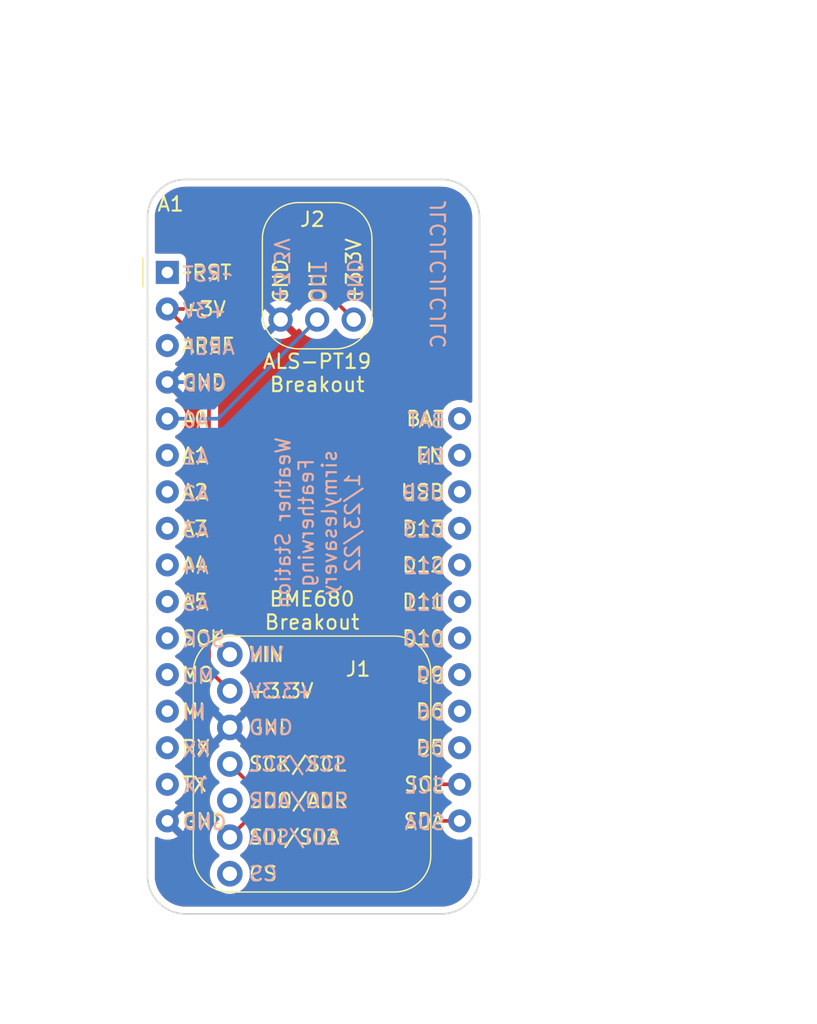
<source format=kicad_pcb>
(kicad_pcb (version 20211014) (generator pcbnew)
  (layers (0 "F.Cu" signal) (31 "B.Cu" signal) (34 "B.Paste" user) (35 "F.Paste" user) (36 "B.SilkS" user "B.Silkscreen") (37 "F.SilkS" user "F.Silkscreen") (38 "B.Mask" user) (39 "F.Mask" user) (44 "Edge.Cuts" user))
  (net 0 "")
  (net 1 "/~RESET")
  (net 2 "/AREF")
  (net 3 "/A1")
  (net 4 "/A2")
  (net 5 "/A3")
  (net 6 "/A4")
  (net 7 "/A5")
  (net 8 "/SCK")
  (net 9 "/MOSI")
  (net 10 "/MISO")
  (net 11 "/RX{slash}D0")
  (net 12 "/TX{slash}D1")
  (net 13 "/D5")
  (net 14 "/D6")
  (net 15 "/D9")
  (net 16 "/D10")
  (net 17 "/D11")
  (net 18 "/D12")
  (net 19 "/D13")
  (net 20 "VBUS")
  (net 21 "/EN")
  (net 22 "+BATT")
  (net 23 "GND")
  (net 24 "+3V3")
  (net 25 "/SCK{slash}SCL")
  (net 26 "/SDI{slash}SDA")
  (net 27 "/VIN")
  (net 28 "/SDO{slash}ADR")
  (net 29 "/CS")
  (net 30 "/OUT")
  (footprint "Adafruit-boards:ALS-PT19-Adafruit-silkscreen-NOmounting-hole" (layer "F.Cu") (at 138.7856 91.3892)
    (fp_text reference "J2" (at -0.2286 -5.0292 unlocked) (layer "F.SilkS"))
    (fp_text value "ALS-PT19")
    (fp_line (start -3.7084 1.4224) (end -3.7084 -3.6576) (layer "F.SilkS") (width 0.1))
    (fp_line (start 3.9116 -3.6576) (end 3.9116 1.4224) (layer "F.SilkS") (width 0.1))
    (fp_line (start 1.3716 3.9624) (end -1.1684 3.9624) (layer "F.SilkS") (width 0.1))
    (fp_line (start -1.1684 -6.1976) (end 1.3716 -6.1976) (layer "F.SilkS") (width 0.1))
    (fp_arc (start -3.7084 -3.6576) (mid -2.964451 -5.453651) (end -1.1684 -6.1976) (layer "F.SilkS") (width 0.1))
    (fp_arc (start -1.1684 3.9624) (mid -2.964451 3.218451) (end -3.7084 1.4224) (layer "F.SilkS") (width 0.1))
    (fp_arc (start 3.9116 1.4224) (mid 3.167651 3.218451) (end 1.3716 3.9624) (layer "F.SilkS") (width 0.1))
    (fp_arc (start 1.3716 -6.1976) (mid 3.167651 -5.453651) (end 3.9116 -3.6576) (layer "F.SilkS") (width 0.1))
    (pad "1" thru_hole circle (at -2.4384 1.9304 90) (size 1.6764 1.6764) (drill 1) (layers *.Cu *.Mask) (net 23 "GND"))
    (pad "2" thru_hole circle (at 0.1016 1.9304 90) (size 1.6764 1.6764) (drill 1) (layers *.Cu *.Mask) (net 30 "/OUT"))
    (pad "3" thru_hole circle (at 2.6416 1.9304 90) (size 1.6764 1.6764) (drill 1) (layers *.Cu *.Mask) (net 24 "+3V3"))
  )
  (footprint "Module:Adafruit_Feather" (layer "F.Cu") (at 128.4732 90.043)
    (fp_text reference "A1" (at 0.2286 -4.7498) (layer "F.SilkS"))
    (fp_text value "Adafruit_Feather_M0_Basic_Proto")
    (fp_line (start -1.7 1) (end -1.7 -1) (layer "F.SilkS") (width 0.12))
    (fp_line (start 19.05 -6.46) (end 1.27 -6.46) (layer "Edge.Cuts") (width 0.12))
    (fp_line (start 19.05 44.56) (end 1.27 44.56) (layer "Edge.Cuts") (width 0.12))
    (fp_line (start -1.38 -3.81) (end -1.38 41.91) (layer "Edge.Cuts") (width 0.12))
    (fp_line (start 21.7 -3.81) (end 21.7 41.91) (layer "Edge.Cuts") (width 0.12))
    (fp_arc (start 19.05 -6.46) (mid 20.923833 -5.683833) (end 21.7 -3.81) (layer "Edge.Cuts") (width 0.12))
    (fp_arc (start 1.27 44.56) (mid -0.603833 43.783833) (end -1.38 41.91) (layer "Edge.Cuts") (width 0.12))
    (fp_arc (start 21.7 41.91) (mid 20.923833 43.783833) (end 19.05 44.56) (layer "Edge.Cuts") (width 0.12))
    (fp_arc (start -1.38 -3.81) (mid -0.603833 -5.683833) (end 1.27 -6.46) (layer "Edge.Cuts") (width 0.12))
    (pad "1" thru_hole rect (at 0 0 180) (size 1.6 1.6) (drill 0.8) (layers *.Cu *.Mask) (net 1 "/~RESET"))
    (pad "2" thru_hole circle (at 0 2.54 180) (size 1.6 1.6) (drill 0.8) (layers *.Cu *.Mask) (net 24 "+3V3"))
    (pad "3" thru_hole circle (at 0 5.08 180) (size 1.6 1.6) (drill 0.8) (layers *.Cu *.Mask) (net 2 "/AREF"))
    (pad "4" thru_hole circle (at 0 7.62 180) (size 1.6 1.6) (drill 0.8) (layers *.Cu *.Mask) (net 23 "GND"))
    (pad "5" thru_hole circle (at 0 10.16 180) (size 1.6 1.6) (drill 0.8) (layers *.Cu *.Mask) (net 30 "/OUT"))
    (pad "6" thru_hole circle (at 0 12.7 180) (size 1.6 1.6) (drill 0.8) (layers *.Cu *.Mask) (net 3 "/A1"))
    (pad "7" thru_hole circle (at 0 15.24 180) (size 1.6 1.6) (drill 0.8) (layers *.Cu *.Mask) (net 4 "/A2"))
    (pad "8" thru_hole circle (at 0 17.78 180) (size 1.6 1.6) (drill 0.8) (layers *.Cu *.Mask) (net 5 "/A3"))
    (pad "9" thru_hole circle (at 0 20.32 180) (size 1.6 1.6) (drill 0.8) (layers *.Cu *.Mask) (net 6 "/A4"))
    (pad "10" thru_hole circle (at 0 22.86 180) (size 1.6 1.6) (drill 0.8) (layers *.Cu *.Mask) (net 7 "/A5"))
    (pad "11" thru_hole circle (at 0 25.4 180) (size 1.6 1.6) (drill 0.8) (layers *.Cu *.Mask) (net 8 "/SCK"))
    (pad "12" thru_hole circle (at 0 27.94 180) (size 1.6 1.6) (drill 0.8) (layers *.Cu *.Mask) (net 9 "/MOSI"))
    (pad "13" thru_hole circle (at 0 30.48 180) (size 1.6 1.6) (drill 0.8) (layers *.Cu *.Mask) (net 10 "/MISO"))
    (pad "14" thru_hole circle (at 0 33.02 180) (size 1.6 1.6) (drill 0.8) (layers *.Cu *.Mask) (net 11 "/RX{slash}D0"))
    (pad "15" thru_hole circle (at 0 35.56 180) (size 1.6 1.6) (drill 0.8) (layers *.Cu *.Mask) (net 12 "/TX{slash}D1"))
    (pad "16" thru_hole circle (at 0 38.1 180) (size 1.6 1.6) (drill 0.8) (layers *.Cu *.Mask) (net 23 "GND"))
    (pad "17" thru_hole circle (at 20.32 38.1 180) (size 1.6 1.6) (drill 0.8) (layers *.Cu *.Mask) (net 26 "/SDI{slash}SDA"))
    (pad "18" thru_hole circle (at 20.32 35.56 180) (size 1.6 1.6) (drill 0.8) (layers *.Cu *.Mask) (net 25 "/SCK{slash}SCL"))
    (pad "19" thru_hole circle (at 20.32 33.02 180) (size 1.6 1.6) (drill 0.8) (layers *.Cu *.Mask) (net 13 "/D5"))
    (pad "20" thru_hole circle (at 20.32 30.48 180) (size 1.6 1.6) (drill 0.8) (layers *.Cu *.Mask) (net 14 "/D6"))
    (pad "21" thru_hole circle (at 20.32 27.94 180) (size 1.6 1.6) (drill 0.8) (layers *.Cu *.Mask) (net 15 "/D9"))
    (pad "22" thru_hole circle (at 20.32 25.4 180) (size 1.6 1.6) (drill 0.8) (layers *.Cu *.Mask) (net 16 "/D10"))
    (pad "23" thru_hole circle (at 20.32 22.86 180) (size 1.6 1.6) (drill 0.8) (layers *.Cu *.Mask) (net 17 "/D11"))
    (pad "24" thru_hole circle (at 20.32 20.32 180) (size 1.6 1.6) (drill 0.8) (layers *.Cu *.Mask) (net 18 "/D12"))
    (pad "25" thru_hole circle (at 20.32 17.78 180) (size 1.6 1.6) (drill 0.8) (layers *.Cu *.Mask) (net 19 "/D13"))
    (pad "26" thru_hole circle (at 20.32 15.24 180) (size 1.6 1.6) (drill 0.8) (layers *.Cu *.Mask) (net 20 "VBUS"))
    (pad "27" thru_hole circle (at 20.32 12.7 180) (size 1.6 1.6) (drill 0.8) (layers *.Cu *.Mask) (net 21 "/EN"))
    (pad "28" thru_hole circle (at 20.32 10.16 180) (size 1.6 1.6) (drill 0.8) (layers *.Cu *.Mask) (net 22 "+BATT"))
  )
  (footprint "Adafruit-boards:BME680-Adafruit-silkscreen-NOmounting-hole" (layer "F.Cu") (at 139.6746 124.6124 -90)
    (fp_text reference "J1" (at -7.0104 -2.0574 unlocked) (layer "F.SilkS"))
    (fp_text value "BME680")
    (fp_line (start -6.7691 -7.112) (end 5.9309 -7.112) (layer "F.SilkS") (width 0.1))
    (fp_line (start 8.4709 -4.572) (end 8.4709 6.858) (layer "F.SilkS") (width 0.1))
    (fp_line (start 5.9309 9.398) (end -6.7691 9.398) (layer "F.SilkS") (width 0.1))
    (fp_line (start -9.3091 6.858) (end -9.3091 -4.572) (layer "F.SilkS") (width 0.1))
    (fp_arc (start -6.7691 9.398) (mid -8.565151 8.654051) (end -9.3091 6.858) (layer "F.SilkS") (width 0.1))
    (fp_arc (start -9.3091 -4.572) (mid -8.565151 -6.368051) (end -6.7691 -7.112) (layer "F.SilkS") (width 0.1))
    (fp_arc (start 5.9309 -7.112) (mid 7.726951 -6.368051) (end 8.4709 -4.572) (layer "F.SilkS") (width 0.1))
    (fp_arc (start 8.4709 6.858) (mid 7.726951 8.654051) (end 5.9309 9.398) (layer "F.SilkS") (width 0.1))
    (pad "1" thru_hole circle (at -8.0391 6.858) (size 1.778 1.778) (drill 1) (layers *.Cu *.Mask) (net 27 "/VIN"))
    (pad "2" thru_hole circle (at -5.4991 6.858) (size 1.778 1.778) (drill 1) (layers *.Cu *.Mask) (net 24 "+3V3"))
    (pad "3" thru_hole circle (at -2.9591 6.858) (size 1.778 1.778) (drill 1) (layers *.Cu *.Mask) (net 23 "GND"))
    (pad "4" thru_hole circle (at -0.4191 6.858) (size 1.778 1.778) (drill 1) (layers *.Cu *.Mask) (net 25 "/SCK{slash}SCL"))
    (pad "5" thru_hole circle (at 2.1209 6.858) (size 1.778 1.778) (drill 1) (layers *.Cu *.Mask) (net 28 "/SDO{slash}ADR"))
    (pad "6" thru_hole circle (at 4.6609 6.858) (size 1.778 1.778) (drill 1) (layers *.Cu *.Mask) (net 26 "/SDI{slash}SDA"))
    (pad "7" thru_hole circle (at 7.2009 6.858) (size 1.778 1.778) (drill 1) (layers *.Cu *.Mask) (net 29 "/CS"))
  )
  (gr_text "D6" (at 146.812 120.65) (layer "B.SilkS") (effects (font (size 1 1)) (justify mirror)))
  (gr_text "SCK/SCL" (at 137.532762 124.206) (layer "B.SilkS") (effects (font (size 1 1)) (justify mirror)))
  (gr_text "A0" (at 130.444953 100.33) (layer "B.SilkS") (effects (font (size 1 1)) (justify mirror)))
  (gr_text "SDO/ADR" (at 137.604191 126.746) (layer "B.SilkS") (effects (font (size 1 1)) (justify mirror)))
  (gr_text "+3V\n" (at 131.064 92.71) (layer "B.SilkS") (effects (font (size 1 1)) (justify mirror)))
  (gr_text "EN" (at 146.812 102.87) (layer "B.SilkS") (effects (font (size 1 1)) (justify mirror)))
  (gr_text "A4" (at 130.444953 110.49) (layer "B.SilkS") (effects (font (size 1 1)) (justify mirror)))
  (gr_text "D12" (at 146.33581 110.49) (layer "B.SilkS") (effects (font (size 1 1)) (justify mirror)))
  (gr_text "OUT" (at 138.938 90.725524 -90) (layer "B.SilkS") (effects (font (size 1 1)) (justify mirror)))
  (gr_text "D9" (at 146.812 118.11) (layer "B.SilkS") (effects (font (size 1 1)) (justify mirror)))
  (gr_text "SDI/SDA" (at 137.294667 129.286) (layer "B.SilkS") (effects (font (size 1 1)) (justify mirror)))
  (gr_text "CS" (at 135.128 131.826) (layer "B.SilkS") (effects (font (size 1 1)) (justify mirror)))
  (gr_text "SCL" (at 146.407238 125.73) (layer "B.SilkS") (effects (font (size 1 1)) (justify mirror)))
  (gr_text "SDA" (at 146.383429 128.27) (layer "B.SilkS") (effects (font (size 1 1)) (justify mirror)))
  (gr_text "D5" (at 146.812 123.19) (layer "B.SilkS") (effects (font (size 1 1)) (justify mirror)))
  (gr_text "D13" (at 146.33581 107.95) (layer "B.SilkS") (effects (font (size 1 1)) (justify mirror)))
  (gr_text "RX" (at 130.516381 123.19) (layer "B.SilkS") (effects (font (size 1 1)) (justify mirror)))
  (gr_text "+3.3V" (at 136.398 89.916 -90) (layer "B.SilkS") (effects (font (size 1 1)) (justify mirror)))
  (gr_text "A1" (at 130.444953 102.87) (layer "B.SilkS") (effects (font (size 1 1)) (justify mirror)))
  (gr_text "GND" (at 131.064 97.79) (layer "B.SilkS") (effects (font (size 1 1)) (justify mirror)))
  (gr_text "A5" (at 130.444953 113.03) (layer "B.SilkS") (effects (font (size 1 1)) (justify mirror)))
  (gr_text "AREF\n" (at 131.349715 95.25) (layer "B.SilkS") (effects (font (size 1 1)) (justify mirror)))
  (gr_text "GND" (at 131.064 128.27) (layer "B.SilkS") (effects (font (size 1 1)) (justify mirror)))
  (gr_text "GND" (at 135.675619 121.666) (layer "B.SilkS") (effects (font (size 1 1)) (justify mirror)))
  (gr_text "D11" (at 146.33581 113.03) (layer "B.SilkS") (effects (font (size 1 1)) (justify mirror)))
  (gr_text "MO" (at 130.635429 118.11) (layer "B.SilkS") (effects (font (size 1 1)) (justify mirror)))
  (gr_text "~RST" (at 131.254476 90.17) (layer "B.SilkS") (effects (font (size 1 1)) (justify mirror)))
  (gr_text "+3.3V" (at 136.389905 119.126) (layer "B.SilkS") (effects (font (size 1 1)) (justify mirror)))
  (gr_text "SCK" (at 131.016381 115.57) (layer "B.SilkS") (effects (font (size 1 1)) (justify mirror)))
  (gr_text "MI" (at 130.349715 120.65) (layer "B.SilkS") (effects (font (size 1 1)) (justify mirror)))
  (gr_text "Weather Station\nFeatherwing\nsirmylesavery\n1/23/22" (at 138.938 107.442 90) (layer "B.SilkS") (effects (font (size 1 1)) (justify mirror)))
  (gr_text "JLCJLCJLCJLC" (at 147.32 90.17 90) (layer "B.SilkS") (effects (font (size 1 1)) (justify mirror)))
  (gr_text "D10" (at 146.33581 115.57) (layer "B.SilkS") (effects (font (size 1 1)) (justify mirror)))
  (gr_text "A3" (at 130.444953 107.95) (layer "B.SilkS") (effects (font (size 1 1)) (justify mirror)))
  (gr_text "VIN" (at 135.342286 116.5987) (layer "B.SilkS") (effects (font (size 1 1)) (justify mirror)))
  (gr_text "GND" (at 141.478 90.630286 -90) (layer "B.SilkS") (effects (font (size 1 1)) (justify mirror)))
  (gr_text "BAT" (at 146.478667 100.33) (layer "B.SilkS") (effects (font (size 1 1)) (justify mirror)))
  (gr_text "A2" (at 130.444953 105.41) (layer "B.SilkS") (effects (font (size 1 1)) (justify mirror)))
  (gr_text "TX" (at 130.397334 125.73) (layer "B.SilkS") (effects (font (size 1 1)) (justify mirror)))
  (gr_text "USB" (at 146.288191 105.41) (layer "B.SilkS") (effects (font (size 1 1)) (justify mirror)))
  (gr_text "OUT" (at 138.8872 90.725524 90) (layer "F.SilkS") (effects (font (size 1 1))))
  (gr_text "AREF\n" (at 131.302 95.123) (layer "F.SilkS") (effects (font (size 1 1))))
  (gr_text "MI" (at 130.302 120.523) (layer "F.SilkS") (effects (font (size 1 1))))
  (gr_text "GND" (at 131.016285 97.663) (layer "F.SilkS") (effects (font (size 1 1))))
  (gr_text "SDI/SDA" (at 137.294667 129.2733) (layer "F.SilkS") (effects (font (size 1 1))))
  (gr_text "MO" (at 130.587714 117.983) (layer "F.SilkS") (effects (font (size 1 1))))
  (gr_text "EN" (at 146.732571 102.743) (layer "F.SilkS") (effects (font (size 1 1))))
  (gr_text "D9" (at 146.732571 117.983) (layer "F.SilkS") (effects (font (size 1 1))))
  (gr_text "+3.3V" (at 141.4272 89.916 90) (layer "F.SilkS") (effects (font (size 1 1))))
  (gr_text "A3" (at 130.397238 107.823) (layer "F.SilkS") (effects (font (size 1 1))))
  (gr_text "ALS-PT19\nBreakout" (at 138.8872 97.028) (layer "F.SilkS") (effects (font (size 1 1))))
  (gr_text "A2" (at 130.397238 105.283) (layer "F.SilkS") (effects (font (size 1 1))))
  (gr_text "VIN" (at 135.382 116.586) (layer "F.SilkS") (effects (font (size 1 1))))
  (gr_text "SCK" (at 130.968666 115.443) (layer "F.SilkS") (effects (font (size 1 1))))
  (gr_text "CS" (at 135.128 131.8133) (layer "F.SilkS") (effects (font (size 1 1))))
  (gr_text "BAT" (at 146.399238 100.203) (layer "F.SilkS") (effects (font (size 1 1))))
  (gr_text "+3V\n" (at 131.016285 92.583) (layer "F.SilkS") (effects (font (size 1 1))))
  (gr_text "RX" (at 130.468666 123.063) (layer "F.SilkS") (effects (font (size 1 1))))
  (gr_text "BME680\nBreakout" (at 138.5316 113.538) (layer "F.SilkS") (effects (font (size 1 1))))
  (gr_text "D5" (at 146.732571 123.063) (layer "F.SilkS") (effects (font (size 1 1))))
  (gr_text "USB" (at 146.208762 105.283) (layer "F.SilkS") (effects (font (size 1 1))))
  (gr_text "SCK/SCL" (at 137.532762 124.1933) (layer "F.SilkS") (effects (font (size 1 1))))
  (gr_text "GND" (at 136.3472 90.630286 90) (layer "F.SilkS") (effects (font (size 1 1))))
  (gr_text "D13" (at 146.256381 107.823) (layer "F.SilkS") (effects (font (size 1 1))))
  (gr_text "A4" (at 130.397238 110.363) (layer "F.SilkS") (effects (font (size 1 1))))
  (gr_text "+3.3V" (at 136.389905 119.1133) (layer "F.SilkS") (effects (font (size 1 1))))
  (gr_text "SDA" (at 146.304 128.143) (layer "F.SilkS") (effects (font (size 1 1))))
  (gr_text "TX" (at 130.349619 125.603) (layer "F.SilkS") (effects (font (size 1 1))))
  (gr_text "GND" (at 135.675619 121.6533) (layer "F.SilkS") (effects (font (size 1 1))))
  (gr_text "SDO/ADR" (at 137.604191 126.7333) (layer "F.SilkS") (effects (font (size 1 1))))
  (gr_text "D6" (at 146.732571 120.523) (layer "F.SilkS") (effects (font (size 1 1))))
  (gr_text "SCL" (at 146.327809 125.603) (layer "F.SilkS") (effects (font (size 1 1))))
  (gr_text "A5" (at 130.397238 112.903) (layer "F.SilkS") (effects (font (size 1 1))))
  (gr_text "A1" (at 130.397238 102.743) (layer "F.SilkS") (effects (font (size 1 1))))
  (gr_text "~RST" (at 131.206761 90.043) (layer "F.SilkS") (effects (font (size 1 1))))
  (gr_text "D10" (at 146.256381 115.443) (layer "F.SilkS") (effects (font (size 1 1))))
  (gr_text "D11" (at 146.256381 112.903) (layer "F.SilkS") (effects (font (size 1 1))))
  (gr_text "A0" (at 130.397238 100.203) (layer "F.SilkS") (effects (font (size 1 1))))
  (gr_text "D12" (at 146.256381 110.363) (layer "F.SilkS") (effects (font (size 1 1))))
  (gr_text "GND" (at 131.016285 128.143) (layer "F.SilkS") (effects (font (size 1 1))))
  (segment (start 130.2766 99.4664) (end 128.4732 97.663) (width 0.254) (layer "F.Cu") (net 23))
  (segment (start 132.8166 121.6533) (end 130.3274 124.1425) (width 0.254) (layer "F.Cu") (net 23))
  (segment (start 132.8166 121.6533) (end 130.2766 119.1133) (width 0.254) (layer "F.Cu") (net 23))
  (segment (start 130.2766 119.1133) (end 130.2766 99.4664) (width 0.254) (layer "F.Cu") (net 23))
  (segment (start 130.3274 126.2888) (end 128.4732 128.143) (width 0.254) (layer "F.Cu") (net 23))
  (segment (start 130.3274 124.1425) (end 130.3274 126.2888) (width 0.254) (layer "F.Cu") (net 23))
  (segment (start 128.4732 97.663) (end 132.0038 97.663) (width 0.254) (layer "B.Cu") (net 23))
  (segment (start 132.0038 97.663) (end 136.3472 93.3196) (width 0.254) (layer "B.Cu") (net 23))
  (segment (start 131.3688 95.4786) (end 128.4732 92.583) (width 0.254) (layer "F.Cu") (net 24))
  (segment (start 132.8166 90.7542) (end 130.9878 92.583) (width 0.254) (layer "F.Cu") (net 24))
  (segment (start 132.8166 119.1133) (end 131.3688 117.6655) (width 0.254) (layer "F.Cu") (net 24))
  (segment (start 138.8618 90.7542) (end 132.8166 90.7542) (width 0.254) (layer "F.Cu") (net 24))
  (segment (start 130.9878 92.583) (end 128.4732 92.583) (width 0.254) (layer "F.Cu") (net 24))
  (segment (start 131.3688 117.6655) (end 131.3688 95.4786) (width 0.254) (layer "F.Cu") (net 24))
  (segment (start 141.4272 93.3196) (end 138.8618 90.7542) (width 0.254) (layer "F.Cu") (net 24))
  (segment (start 132.8166 124.1933) (end 134.2263 125.603) (width 0.254) (layer "F.Cu") (net 25))
  (segment (start 134.2263 125.603) (end 148.7932 125.603) (width 0.254) (layer "F.Cu") (net 25))
  (segment (start 133.9469 128.143) (end 148.7932 128.143) (width 0.254) (layer "F.Cu") (net 26))
  (segment (start 132.8166 129.2733) (end 133.9469 128.143) (width 0.254) (layer "F.Cu") (net 26))
  (segment (start 132.0038 100.203) (end 128.4732 100.203) (width 0.254) (layer "B.Cu") (net 30))
  (segment (start 138.8872 93.3196) (end 132.0038 100.203) (width 0.254) (layer "B.Cu") (net 30))
  (zone (net 23) (net_name "GND") (layers F&B.Cu) (connect_pads (clearance 0.508)) (min_thickness 0.254) (fill yes (thermal_gap 0.508) (thermal_bridge_width 0.508))
    (polygon (pts (xy 152.4 137.16) (xy 121.92 137.16) (xy 121.92 76.2) (xy 152.4 76.2)))
  )
  (zone (net 23) (net_name "GND") (layer "F.Cu") (connect_pads (clearance 0.508)) (min_thickness 0.254) (fill yes (thermal_gap 0.508) (thermal_bridge_width 0.508))
    (polygon (pts (xy 157.48 142.24) (xy 116.84 142.24) (xy 116.84 71.12) (xy 157.48 71.12)))
  )
)
</source>
